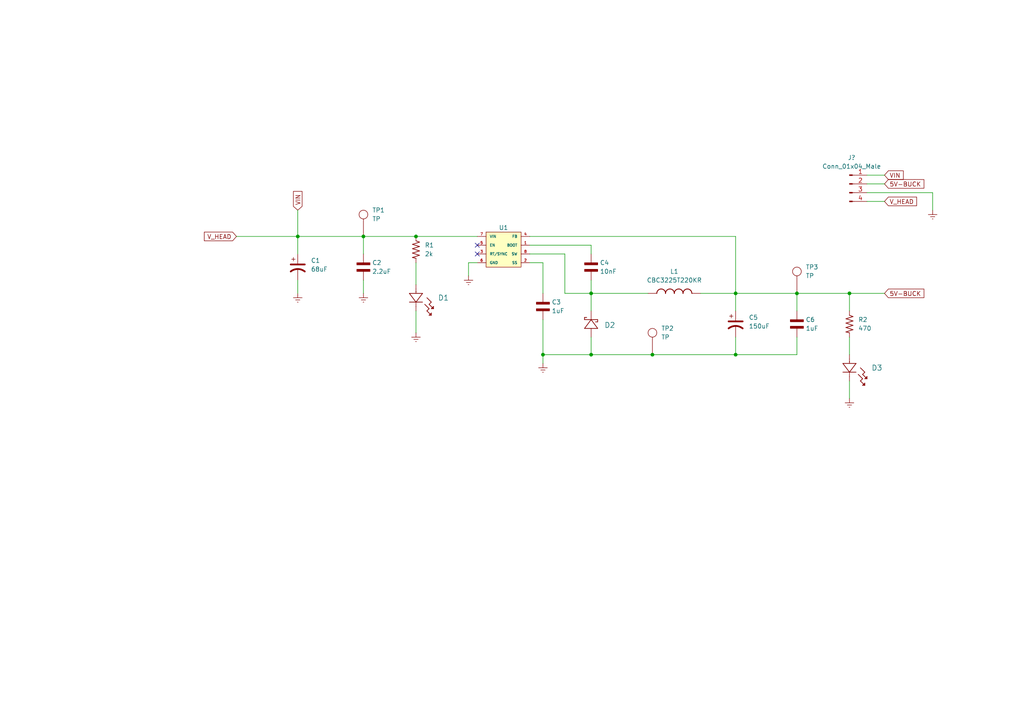
<source format=kicad_sch>
(kicad_sch (version 20211123) (generator eeschema)
  (paper "A4")
  (lib_symbols
    (symbol "5V-Power-Supply1:CAP_0603" (pin_numbers hide) (pin_names (offset 1.016) hide)
      (property "Reference" "C" (at -1.27 3.81 0))
      (property "Value" "CAP_0603" (at -3.81 -3.81 0))
      (symbol "CAP_0603_0_0"
        (rectangle (start -1.27 -1.905) (end -0.635 1.905) (fill (type outline)))
        (rectangle (start 0.635 -1.905) (end 1.27 1.905) (fill (type outline)))
        (pin passive line (at 3.81 0 180) (length 2.54) (name "~") (number "1"))
        (pin passive line (at -3.81 0 0) (length 2.54) (name "~") (number "2"))
      )
    )
    (symbol "5V-Power-Supply1:CAP_Polar" (pin_numbers hide) (pin_names (offset 0.254) hide)
      (property "Reference" "C" (at 0.635 2.54 0))
      (property "Value" "CAP_Polar" (at 0.635 -2.54 0))
      (symbol "CAP_Polar_0_1"
        (polyline (pts (xy -2.032 0.762) (xy 2.032 0.762)) (stroke (width 0.508)))
        (polyline (pts (xy -1.778 2.286) (xy -0.762 2.286)))
        (polyline (pts (xy -1.27 1.778) (xy -1.27 2.794)))
        (arc (start 2.032 -1.27) (mid 0 -0.5572) (end -2.032 -1.27) (stroke (width 0.508)))
      )
      (symbol "CAP_Polar_1_1"
        (pin passive line (at 0 3.81 270) (length 2.794) (name "~") (number "1"))
        (pin passive line (at 0 -3.81 90) (length 3.302) (name "~") (number "2"))
      )
    )
    (symbol "5V-Power-Supply1:CBC3225T220KR" (pin_numbers hide) (pin_names (offset 1.016) hide)
      (property "Reference" "L" (at -2.54 2.54 0))
      (property "Value" "CBC3225T220KR" (at -7.62 -3.81 0))
      (symbol "CBC3225T220KR_0_0"
        (arc (start -2.54 0) (mid -3.81 1.27) (end -5.08 0) (stroke (width 0.254)))
        (arc (start 0 0) (mid -1.27 1.27) (end -2.54 0) (stroke (width 0.254)))
        (arc (start 2.54 0) (mid 1.27 1.27) (end 0 0) (stroke (width 0.254)))
        (arc (start 5.08 0) (mid 3.81 1.27) (end 2.54 0) (stroke (width 0.254)))
        (pin passive line (at -7.62 0 0) (length 2.54) (name "~") (number "1"))
        (pin passive line (at 7.62 0 180) (length 2.54) (name "~") (number "2"))
      )
    )
    (symbol "5V-Power-Supply1:Earth" (power) (pin_names (offset 0))
      (symbol "Earth_0_1"
        (polyline (pts (xy -0.635 -1.905) (xy 0.635 -1.905)))
        (polyline (pts (xy -0.127 -2.54) (xy 0.127 -2.54)))
        (polyline (pts (xy 0 -1.27) (xy 0 0)))
        (polyline (pts (xy 1.27 -1.27) (xy -1.27 -1.27)))
      )
      (symbol "Earth_1_1"
        (pin power_in line (at 0 0 270) (length 0) hide (name "Earth") (number "1"))
      )
    )
    (symbol "5V-Power-Supply1:LM22672MRE-5.0_NOPB" (pin_names (offset 1.016))
      (property "Reference" "U" (at -1.27 8.89 0))
      (property "Value" "LM22672MRE-5.0_NOPB" (at 0 -11.43 0))
      (symbol "LM22672MRE-5.0_NOPB_0_1"
        (rectangle (start -5.08 6.35) (end 5.08 -3.81) (fill (type background)))
      )
      (symbol "LM22672MRE-5.0_NOPB_1_1"
        (pin input line (at 7.62 2.54 180) (length 2.54) (name "BOOT") (number "1"))
        (pin input line (at 7.62 -2.54 180) (length 2.54) (name "SS") (number "2"))
        (pin passive line (at -7.62 0 0) (length 2.54) (name "RT/SYNC") (number "3"))
        (pin input line (at 7.62 5.08 180) (length 2.54) (name "FB") (number "4"))
        (pin input line (at -7.62 2.54 0) (length 2.54) (name "EN") (number "5"))
        (pin input line (at -7.62 -2.54 0) (length 2.54) (name "GND") (number "6"))
        (pin input line (at -7.62 5.08 0) (length 2.54) (name "VIN") (number "7"))
        (pin output line (at 7.62 0 180) (length 2.54) (name "SW") (number "8"))
      )
    )
    (symbol "5V-Power-Supply1:RB160VAM-60TR" (pin_numbers hide) (pin_names hide)
      (property "Reference" "D" (at 5.08 4.445 0))
      (symbol "RB160VAM-60TR_1_1"
        (polyline (pts (xy 3.81 -1.905) (xy 6.35 0)) (stroke (width 0.2032)))
        (polyline (pts (xy 3.81 1.905) (xy 3.81 -1.905)) (stroke (width 0.2032)))
        (polyline (pts (xy 5.715 -1.905) (xy 5.715 -1.27)) (stroke (width 0.2032)))
        (polyline (pts (xy 6.35 -1.905) (xy 5.715 -1.905)) (stroke (width 0.2032)))
        (polyline (pts (xy 6.35 -1.905) (xy 6.35 1.905)) (stroke (width 0.2032)))
        (polyline (pts (xy 6.35 0) (xy 3.81 1.905)) (stroke (width 0.2032)))
        (polyline (pts (xy 6.35 1.905) (xy 6.985 1.905)) (stroke (width 0.2032)))
        (polyline (pts (xy 6.985 1.905) (xy 6.985 1.27)) (stroke (width 0.2032)))
        (pin passive line (at 8.89 0 180) (length 2.54) (name "~") (number "1"))
        (pin passive line (at 1.27 0 0) (length 2.54) (name "~") (number "2"))
      )
    )
    (symbol "5V-Power-Supply1:RES_0603" (pin_numbers hide) (pin_names (offset 1.016) hide)
      (property "Reference" "R" (at -1.27 1.27 0))
      (property "Value" "RES_0603" (at -3.81 -2.54 0))
      (symbol "RES_0603_0_0"
        (polyline (pts (xy -2.54 0) (xy -2.159 1.016)) (stroke (width 0.2032)))
        (polyline (pts (xy -2.159 1.016) (xy -1.524 -1.016)) (stroke (width 0.2032)))
        (polyline (pts (xy -1.524 -1.016) (xy -0.889 1.016)) (stroke (width 0.2032)))
        (polyline (pts (xy -0.889 1.016) (xy -0.254 -1.016)) (stroke (width 0.2032)))
        (polyline (pts (xy -0.254 -1.016) (xy 0.381 1.016)) (stroke (width 0.2032)))
        (polyline (pts (xy 0.381 1.016) (xy 1.016 -1.016)) (stroke (width 0.2032)))
        (polyline (pts (xy 1.016 -1.016) (xy 1.651 1.016)) (stroke (width 0.2032)))
        (polyline (pts (xy 1.651 1.016) (xy 2.286 -1.016)) (stroke (width 0.2032)))
        (polyline (pts (xy 2.286 -1.016) (xy 2.54 0)) (stroke (width 0.2032)))
        (pin passive line (at -3.81 0 0) (length 1.27) (name "~") (number "1"))
        (pin passive line (at 3.81 0 180) (length 1.27) (name "~") (number "2"))
      )
    )
    (symbol "5V-Power-Supply1:SML-LX1206GC-TR" (pin_numbers hide) (pin_names hide)
      (property "Reference" "D" (at 3.81 5.08 0))
      (property "Value" "SML-LX1206GC-TR" (at 11.43 -10.16 0))
      (symbol "SML-LX1206GC-TR_1_1"
        (polyline (pts (xy -1.905 0) (xy 1.905 0)) (stroke (width 0.2032)))
        (polyline (pts (xy -1.905 2.54) (xy 0 0)) (stroke (width 0.2032)))
        (polyline (pts (xy 0 0) (xy 0 -1.27)) (stroke (width 0.1524)))
        (polyline (pts (xy 0 0) (xy 1.905 2.54)) (stroke (width 0.2032)))
        (polyline (pts (xy 0 3.175) (xy 0 2.54)) (stroke (width 0.1524)))
        (polyline (pts (xy 0 3.81) (xy 0 2.8702)) (stroke (width 0.1524)))
        (polyline (pts (xy 1.905 2.54) (xy -1.905 2.54)) (stroke (width 0.2032)))
        (polyline (pts (xy 2.54 -0.635) (xy 3.81 -1.905)) (stroke (width 0.2032)))
        (polyline (pts (xy 3.175 -2.54) (xy 4.445 -3.81)) (stroke (width 0.2032)))
        (polyline (pts (xy 3.175 1.27) (xy 4.445 0)) (stroke (width 0.2032)))
        (polyline (pts (xy 3.81 -3.81) (xy 4.445 -3.81)) (stroke (width 0.2032)))
        (polyline (pts (xy 3.81 -1.905) (xy 3.175 -2.54)) (stroke (width 0.2032)))
        (polyline (pts (xy 3.81 -0.635) (xy 5.08 -1.905)) (stroke (width 0.2032)))
        (polyline (pts (xy 4.445 -3.81) (xy 4.445 -3.175)) (stroke (width 0.2032)))
        (polyline (pts (xy 4.445 -3.175) (xy 3.81 -3.81)) (stroke (width 0.2032)))
        (polyline (pts (xy 4.445 -1.905) (xy 5.08 -1.905)) (stroke (width 0.2032)))
        (polyline (pts (xy 4.445 0) (xy 3.81 -0.635)) (stroke (width 0.2032)))
        (polyline (pts (xy 5.08 -1.905) (xy 5.08 -1.27)) (stroke (width 0.2032)))
        (polyline (pts (xy 5.08 -1.27) (xy 4.445 -1.905)) (stroke (width 0.2032)))
        (pin passive line (at 0 -2.54 90) (length 1.27) (name "1") (number "1"))
        (pin passive line (at 0 5.08 270) (length 1.27) (name "2") (number "2"))
      )
    )
    (symbol "5V-Power-Supply1:TP" (pin_numbers hide) (pin_names (offset 1.016) hide)
      (property "Reference" "TP" (at 0 8.89 0))
      (property "Value" "TP" (at 0 8.89 0))
      (symbol "TP_0_1"
        (circle (center 0 6.35) (radius 1.27))
      )
      (symbol "TP_1_1"
        (pin passive line (at 0 0 90) (length 5.08) (name "~") (number "1"))
      )
    )
    (symbol "Connector:Conn_01x04_Male" (pin_names (offset 1.016) hide)
      (property "Reference" "J" (at 0 5.08 0))
      (property "Value" "Conn_01x04_Male" (at 0 -7.62 0))
      (symbol "Conn_01x04_Male_1_1"
        (polyline (pts (xy 1.27 -5.08) (xy 0.8636 -5.08)) (stroke (width 0.1524)))
        (polyline (pts (xy 1.27 -2.54) (xy 0.8636 -2.54)) (stroke (width 0.1524)))
        (polyline (pts (xy 1.27 0) (xy 0.8636 0)) (stroke (width 0.1524)))
        (polyline (pts (xy 1.27 2.54) (xy 0.8636 2.54)) (stroke (width 0.1524)))
        (rectangle (start 0.8636 -4.953) (end 0 -5.207) (stroke (width 0.1524)) (fill (type outline)))
        (rectangle (start 0.8636 -2.413) (end 0 -2.667) (stroke (width 0.1524)) (fill (type outline)))
        (rectangle (start 0.8636 0.127) (end 0 -0.127) (stroke (width 0.1524)) (fill (type outline)))
        (rectangle (start 0.8636 2.667) (end 0 2.413) (stroke (width 0.1524)) (fill (type outline)))
        (pin passive line (at 5.08 2.54 180) (length 3.81) (name "Pin_1") (number "1"))
        (pin passive line (at 5.08 0 180) (length 3.81) (name "Pin_2") (number "2"))
        (pin passive line (at 5.08 -2.54 180) (length 3.81) (name "Pin_3") (number "3"))
        (pin passive line (at 5.08 -5.08 180) (length 3.81) (name "Pin_4") (number "4"))
      )
    )
  )
  (junction (at 189.23 102.87))
  (junction (at 120.65 68.58))
  (junction (at 213.36 102.87))
  (junction (at 86.36 68.58))
  (junction (at 105.41 68.58))
  (junction (at 171.45 102.87))
  (junction (at 231.14 85.09))
  (junction (at 246.38 85.09))
  (junction (at 157.48 102.87))
  (junction (at 213.36 85.09))
  (junction (at 171.45 85.09))
  (no_connect (at 138.43 73.66))
  (no_connect (at 138.43 71.12))
  (wire (pts (xy 86.36 68.58) (xy 86.36 73.66)))
  (wire (pts (xy 86.36 68.58) (xy 105.41 68.58)))
  (wire (pts (xy 213.36 97.79) (xy 213.36 102.87)))
  (wire (pts (xy 163.83 85.09) (xy 171.45 85.09)))
  (wire (pts (xy 213.36 85.09) (xy 213.36 90.17)))
  (wire (pts (xy 231.14 102.87) (xy 213.36 102.87)))
  (wire (pts (xy 120.65 90.17) (xy 120.65 96.52)))
  (wire (pts (xy 171.45 85.09) (xy 171.45 90.17)))
  (wire (pts (xy 138.43 76.2) (xy 135.89 76.2)))
  (wire (pts (xy 157.48 92.71) (xy 157.48 102.87)))
  (wire (pts (xy 213.36 102.87) (xy 189.23 102.87)))
  (wire (pts (xy 246.38 97.79) (xy 246.38 102.87)))
  (wire (pts (xy 246.38 85.09) (xy 246.38 90.17)))
  (wire (pts (xy 171.45 97.79) (xy 171.45 102.87)))
  (wire (pts (xy 171.45 102.87) (xy 189.23 102.87)))
  (wire (pts (xy 251.46 58.42) (xy 256.54 58.42)))
  (wire (pts (xy 153.67 71.12) (xy 171.45 71.12)))
  (wire (pts (xy 86.36 81.28) (xy 86.36 85.09)))
  (wire (pts (xy 251.46 50.8) (xy 256.54 50.8)))
  (wire (pts (xy 153.67 73.66) (xy 163.83 73.66)))
  (wire (pts (xy 163.83 73.66) (xy 163.83 85.09)))
  (wire (pts (xy 251.46 53.34) (xy 256.54 53.34)))
  (wire (pts (xy 251.46 55.88) (xy 270.51 55.88)))
  (wire (pts (xy 246.38 110.49) (xy 246.38 115.57)))
  (wire (pts (xy 213.36 85.09) (xy 231.14 85.09)))
  (wire (pts (xy 171.45 71.12) (xy 171.45 73.66)))
  (wire (pts (xy 120.65 76.2) (xy 120.65 82.55)))
  (wire (pts (xy 153.67 68.58) (xy 213.36 68.58)))
  (wire (pts (xy 213.36 68.58) (xy 213.36 85.09)))
  (wire (pts (xy 135.89 76.2) (xy 135.89 80.01)))
  (wire (pts (xy 105.41 68.58) (xy 120.65 68.58)))
  (wire (pts (xy 105.41 81.28) (xy 105.41 85.09)))
  (wire (pts (xy 157.48 102.87) (xy 171.45 102.87)))
  (wire (pts (xy 157.48 102.87) (xy 157.48 105.41)))
  (wire (pts (xy 105.41 68.58) (xy 105.41 73.66)))
  (wire (pts (xy 157.48 76.2) (xy 157.48 85.09)))
  (wire (pts (xy 120.65 68.58) (xy 138.43 68.58)))
  (wire (pts (xy 203.2 85.09) (xy 213.36 85.09)))
  (wire (pts (xy 153.67 76.2) (xy 157.48 76.2)))
  (wire (pts (xy 231.14 85.09) (xy 231.14 90.17)))
  (wire (pts (xy 270.51 55.88) (xy 270.51 60.96)))
  (wire (pts (xy 171.45 81.28) (xy 171.45 85.09)))
  (wire (pts (xy 231.14 97.79) (xy 231.14 102.87)))
  (wire (pts (xy 246.38 85.09) (xy 256.54 85.09)))
  (wire (pts (xy 171.45 85.09) (xy 187.96 85.09)))
  (wire (pts (xy 68.58 68.58) (xy 86.36 68.58)))
  (wire (pts (xy 86.36 60.96) (xy 86.36 68.58)))
  (wire (pts (xy 231.14 85.09) (xy 246.38 85.09)))
  (global_label "VIN" (shape input) (at 86.36 60.96 90) (property "Intersheet References" "${INTERSHEET_REFS}" (effects hide)))
  (global_label "5V-BUCK" (shape input) (at 256.54 53.34 0) (property "Intersheet References" "${INTERSHEET_REFS}" (effects hide)))
  (global_label "V_HEAD" (shape input) (at 68.58 68.58 180) (property "Intersheet References" "${INTERSHEET_REFS}" (effects hide)))
  (global_label "V_HEAD" (shape input) (at 256.54 58.42 0) (property "Intersheet References" "${INTERSHEET_REFS}" (effects hide)))
  (global_label "VIN" (shape input) (at 256.54 50.8 0) (property "Intersheet References" "${INTERSHEET_REFS}" (effects hide)))
  (global_label "5V-BUCK" (shape input) (at 256.54 85.09 0) (property "Intersheet References" "${INTERSHEET_REFS}" (effects hide)))
  (symbol (lib_id "5V-Power-Supply1:CAP_0603") (at 105.41 77.47 90) (unit 1)
    (property "Reference" "C2" (at 107.95 76.1999 90) (effects (justify right)))
    (property "Value" "2.2uF" (at 107.95 78.7399 90) (effects (justify right)))
  )
  (symbol (lib_id "Connector:Conn_01x04_Male") (at 246.38 53.34 0) (unit 1)
    (property "Reference" "J?" (at 247.015 45.72 0))
    (property "Value" "Conn_01x04_Male" (at 247.015 48.26 0))
  )
  (symbol (lib_id "5V-Power-Supply1:CAP_0603") (at 231.14 93.98 90) (unit 1)
    (property "Reference" "C6" (at 233.68 92.7099 90) (effects (justify right)))
    (property "Value" "1uF" (at 233.68 95.2499 90) (effects (justify right)))
  )
  (symbol (lib_id "5V-Power-Supply1:Earth") (at 135.89 80.01 0) (unit 1)
    (property "Reference" "#PWR04" (effects hide))
    (property "Value" "Earth" (effects hide))
  )
  (symbol (lib_id "5V-Power-Supply1:CAP_Polar") (at 213.36 93.98 0) (unit 1)
    (property "Reference" "C5" (at 217.17 92.0749 0) (effects (justify left)))
    (property "Value" "150uF" (at 217.17 94.6149 0) (effects (justify left)))
  )
  (symbol (lib_id "5V-Power-Supply1:TP") (at 105.41 68.58 0) (unit 1)
    (property "Reference" "TP1" (at 107.95 60.9599 0) (effects (justify left)))
    (property "Value" "TP" (at 107.95 63.4999 0) (effects (justify left)))
  )
  (symbol (lib_id "5V-Power-Supply1:RES_0603") (at 246.38 93.98 270) (unit 1)
    (property "Reference" "R2" (at 248.92 92.7099 90) (effects (justify left)))
    (property "Value" "470" (at 248.92 95.2499 90) (effects (justify left)))
  )
  (symbol (lib_id "5V-Power-Supply1:CAP_0603") (at 171.45 77.47 90) (unit 1)
    (property "Reference" "C4" (at 173.99 76.1999 90) (effects (justify right)))
    (property "Value" "10nF" (at 173.99 78.7399 90) (effects (justify right)))
  )
  (symbol (lib_id "5V-Power-Supply1:LM22672MRE-5.0_NOPB") (at 146.05 73.66 0) (unit 1)
    (property "Reference" "U1" (at 146.05 66.04 0))
    (property "Value" "LM22672MRE-5.0_NOPB" (effects hide))
  )
  (symbol (lib_id "5V-Power-Supply1:SML-LX1206GC-TR") (at 246.38 107.95 0) (unit 1)
    (property "Reference" "D3" (at 252.73 106.6927 0) (effects (font (size 1.524 1.524)) (justify left)))
    (property "Value" "SML-LX1206GC-TR" (effects hide))
  )
  (symbol (lib_id "5V-Power-Supply1:SML-LX1206GC-TR") (at 120.65 87.63 0) (unit 1)
    (property "Reference" "D1" (at 127 86.3727 0) (effects (font (size 1.524 1.524)) (justify left)))
    (property "Value" "SML-LX1206GC-TR" (effects hide))
  )
  (symbol (lib_id "5V-Power-Supply1:Earth") (at 105.41 85.09 0) (unit 1)
    (property "Reference" "#PWR02" (effects hide))
    (property "Value" "Earth" (effects hide))
  )
  (symbol (lib_id "5V-Power-Supply1:CBC3225T220KR") (at 195.58 85.09 0) (unit 1)
    (property "Reference" "L1" (at 195.58 78.74 0))
    (property "Value" "CBC3225T220KR" (at 195.58 81.28 0))
  )
  (symbol (lib_id "5V-Power-Supply1:CAP_0603") (at 157.48 88.9 90) (unit 1)
    (property "Reference" "C3" (at 160.02 87.6299 90) (effects (justify right)))
    (property "Value" "1uF" (at 160.02 90.1699 90) (effects (justify right)))
  )
  (symbol (lib_id "5V-Power-Supply1:Earth") (at 246.38 115.57 0) (unit 1)
    (property "Reference" "#PWR06" (effects hide))
    (property "Value" "Earth" (effects hide))
  )
  (symbol (lib_id "5V-Power-Supply1:RB160VAM-60TR") (at 171.45 99.06 90) (unit 1)
    (property "Reference" "D2" (at 175.26 94.2975 90) (effects (font (size 1.524 1.524)) (justify right)))
    (property "Value" "RB160VAM-60TR" (effects hide))
    (property "Footprint" "SOD-123FL_MCC" (effects hide))
  )
  (symbol (lib_id "5V-Power-Supply1:Earth") (at 86.36 85.09 0) (unit 1)
    (property "Reference" "#PWR01" (effects hide))
    (property "Value" "Earth" (effects hide))
  )
  (symbol (lib_id "5V-Power-Supply1:Earth") (at 157.48 105.41 0) (unit 1)
    (property "Reference" "#PWR05" (effects hide))
    (property "Value" "Earth" (effects hide))
  )
  (symbol (lib_id "5V-Power-Supply1:Earth") (at 120.65 96.52 0) (unit 1)
    (property "Reference" "#PWR03" (effects hide))
    (property "Value" "Earth" (effects hide))
  )
  (symbol (lib_id "5V-Power-Supply1:CAP_Polar") (at 86.36 77.47 0) (unit 1)
    (property "Reference" "C1" (at 90.17 75.5649 0) (effects (justify left)))
    (property "Value" "68uF" (at 90.17 78.1049 0) (effects (justify left)))
  )
  (symbol (lib_id "5V-Power-Supply1:TP") (at 231.14 85.09 0) (unit 1)
    (property "Reference" "TP3" (at 233.68 77.4699 0) (effects (justify left)))
    (property "Value" "TP" (at 233.68 80.0099 0) (effects (justify left)))
  )
  (symbol (lib_id "5V-Power-Supply1:Earth") (at 270.51 60.96 0) (unit 1)
    (property "Reference" "#PWR?" (effects hide))
    (property "Value" "Earth" (effects hide))
  )
  (symbol (lib_id "5V-Power-Supply1:TP") (at 189.23 102.87 0) (unit 1)
    (property "Reference" "TP2" (at 191.77 95.2499 0) (effects (justify left)))
    (property "Value" "TP" (at 191.77 97.7899 0) (effects (justify left)))
  )
  (symbol (lib_id "5V-Power-Supply1:RES_0603") (at 120.65 72.39 270) (unit 1)
    (property "Reference" "R1" (at 123.19 71.1199 90) (effects (justify left)))
    (property "Value" "2k" (at 123.19 73.6599 90) (effects (justify left)))
  )
)
</source>
